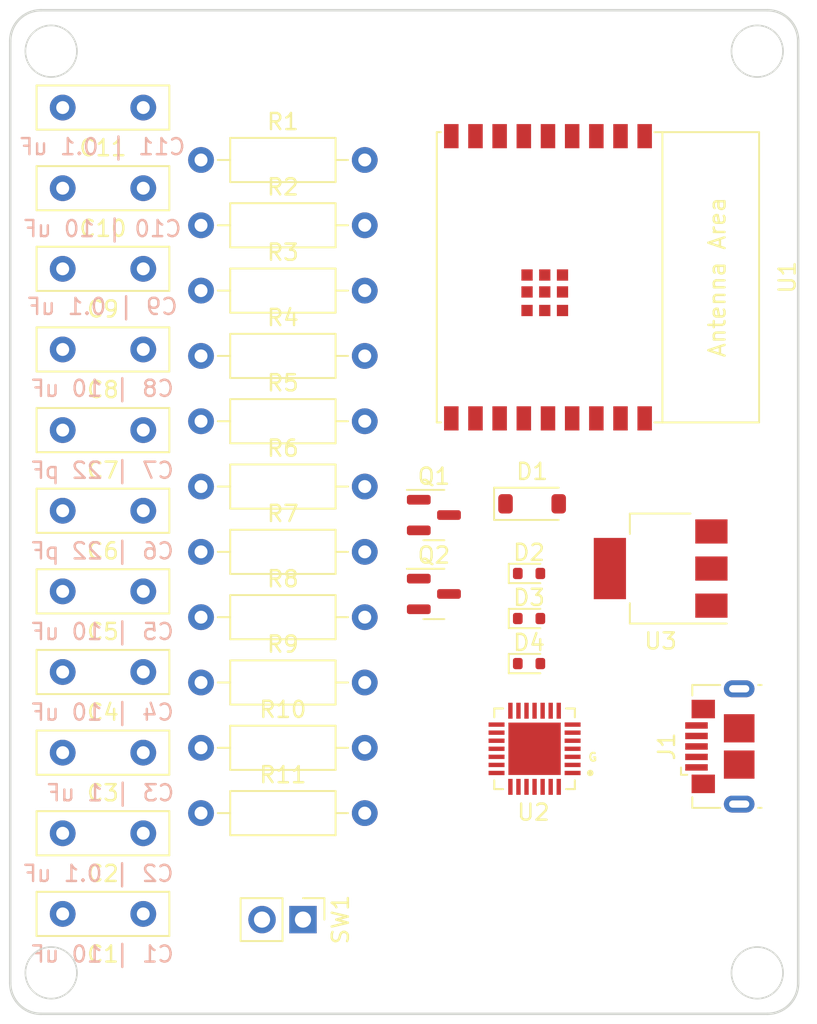
<source format=kicad_pcb>
(kicad_pcb (version 20221018) (generator pcbnew)
  (layers (0 "F.Cu" signal) (31 "B.Cu" signal) (34 "B.Paste" user) (35 "F.Paste" user) (36 "B.SilkS" user "B.Silkscreen") (37 "F.SilkS" user "F.Silkscreen") (38 "B.Mask" user) (39 "F.Mask" user) (44 "Edge.Cuts" user))
  (net 0 "")
  (net 1 "GND")
  (net 2 "+3V3")
  (net 3 "Net-(Q1-C)")
  (net 4 "Net-(U2-VDD)")
  (net 5 "Net-(D1-A)")
  (net 6 "Net-(U2-GPIO.0{slash}TXT)")
  (net 7 "Net-(U2-GPIO.1{slash}RXT)")
  (net 8 "+5V")
  (net 9 "Net-(D3-A)")
  (net 10 "Net-(D4-A)")
  (net 13 "Net-(Q1-B)")
  (net 14 "Net-(Q1-E)")
  (net 15 "Net-(Q2-B)")
  (net 16 "Net-(Q2-E)")
  (net 17 "Net-(Q2-C)")
  (net 18 "Net-(U1-GPIO8)")
  (net 19 "Net-(U2-~{RST})")
  (net 20 "Net-(U2-~{SUSPEND})")
  (net 21 "Net-(U1-GPIO19{slash}USB_D+)")
  (net 22 "Net-(U1-GPIO18{slash}USB_D-)")
  (footprint "Capacitor_THT:C_Disc_D8.0mm_W2.5mm_P5.00mm" (layer "F.Cu") (at 64.77 57.47 180)
    (fp_text reference "C11" (at 2.5 -2.5) (layer "F.SilkS"))
    (fp_text value "0.1 uF")
    (fp_line (start -1.62 -1.37) (end -1.62 1.37) (stroke (width 0.12)) (layer "F.SilkS"))
    (fp_line (start -1.62 -1.37) (end 6.62 -1.37) (stroke (width 0.12)) (layer "F.SilkS"))
    (fp_line (start -1.62 1.37) (end 6.62 1.37) (stroke (width 0.12)) (layer "F.SilkS"))
    (fp_line (start 6.62 -1.37) (end 6.62 1.37) (stroke (width 0.12)) (layer "F.SilkS"))
    (pad "1" thru_hole circle (at 0 0 180) (size 1.6 1.6) (drill 0.8) (layers "*.Cu" "*.Mask") (net 2 "+3V3"))
    (pad "2" thru_hole circle (at 5 0 180) (size 1.6 1.6) (drill 0.8) (layers "*.Cu" "*.Mask") (net 1 "GND"))
  )
  (footprint "Package_TO_SOT_SMD:SOT-23" (layer "F.Cu") (at 82.804 87.63)
    (fp_text reference "Q2" (at 0 -2.4) (layer "F.SilkS"))
    (fp_text value "BC818")
    (fp_line (start 0 -1.56) (end -1.675 -1.56) (stroke (width 0.12)) (layer "F.SilkS"))
    (fp_line (start 0 -1.56) (end 0.65 -1.56) (stroke (width 0.12)) (layer "F.SilkS"))
    (fp_line (start 0 1.56) (end -0.65 1.56) (stroke (width 0.12)) (layer "F.SilkS"))
    (fp_line (start 0 1.56) (end 0.65 1.56) (stroke (width 0.12)) (layer "F.SilkS"))
    (pad "1" smd roundrect (at -0.9375 -0.95) (size 1.475 0.6) (layers "F.Cu" "F.Paste" "F.Mask") (net 15 "Net-(Q2-B)"))
    (pad "2" smd roundrect (at -0.9375 0.95) (size 1.475 0.6) (layers "F.Cu" "F.Paste" "F.Mask") (net 16 "Net-(Q2-E)"))
    (pad "3" smd roundrect (at 0.9375 0) (size 1.475 0.6) (layers "F.Cu" "F.Paste" "F.Mask") (net 17 "Net-(Q2-C)"))
  )
  (footprint "Resistor_THT:R_Axial_DIN0207_L6.3mm_D2.5mm_P10.16mm_Horizontal" (layer "F.Cu") (at 68.355 72.87)
    (fp_text reference "R4" (at 5.08 -2.37) (layer "F.SilkS"))
    (fp_text value "1k")
    (fp_line (start 1.04 0) (end 1.81 0) (stroke (width 0.12)) (layer "F.SilkS"))
    (fp_line (start 1.81 -1.37) (end 1.81 1.37) (stroke (width 0.12)) (layer "F.SilkS"))
    (fp_line (start 1.81 1.37) (end 8.35 1.37) (stroke (width 0.12)) (layer "F.SilkS"))
    (fp_line (start 8.35 -1.37) (end 1.81 -1.37) (stroke (width 0.12)) (layer "F.SilkS"))
    (fp_line (start 8.35 1.37) (end 8.35 -1.37) (stroke (width 0.12)) (layer "F.SilkS"))
    (fp_line (start 9.12 0) (end 8.35 0) (stroke (width 0.12)) (layer "F.SilkS"))
    (pad "1" thru_hole circle (at 0 0) (size 1.6 1.6) (drill 0.8) (layers "*.Cu" "*.Mask") (net 4 "Net-(U2-VDD)"))
    (pad "2" thru_hole oval (at 10.16 0) (size 1.6 1.6) (drill 0.8) (layers "*.Cu" "*.Mask") (net 19 "Net-(U2-~{RST})"))
  )
  (footprint "Resistor_THT:R_Axial_DIN0207_L6.3mm_D2.5mm_P10.16mm_Horizontal" (layer "F.Cu") (at 68.355 64.77)
    (fp_text reference "R2" (at 5.08 -2.37) (layer "F.SilkS"))
    (fp_text value "10k")
    (fp_line (start 1.04 0) (end 1.81 0) (stroke (width 0.12)) (layer "F.SilkS"))
    (fp_line (start 1.81 -1.37) (end 1.81 1.37) (stroke (width 0.12)) (layer "F.SilkS"))
    (fp_line (start 1.81 1.37) (end 8.35 1.37) (stroke (width 0.12)) (layer "F.SilkS"))
    (fp_line (start 8.35 -1.37) (end 1.81 -1.37) (stroke (width 0.12)) (layer "F.SilkS"))
    (fp_line (start 8.35 1.37) (end 8.35 -1.37) (stroke (width 0.12)) (layer "F.SilkS"))
    (fp_line (start 9.12 0) (end 8.35 0) (stroke (width 0.12)) (layer "F.SilkS"))
    (pad "1" thru_hole circle (at 0 0) (size 1.6 1.6) (drill 0.8) (layers "*.Cu" "*.Mask") (net 18 "Net-(U1-GPIO8)"))
    (pad "2" thru_hole oval (at 10.16 0) (size 1.6 1.6) (drill 0.8) (layers "*.Cu" "*.Mask") (net 2 "+3V3"))
  )
  (footprint "Connector_PinHeader_2.54mm:PinHeader_1x02_P2.54mm_Vertical" (layer "F.Cu") (at 74.681 107.823 -90)
    (fp_text reference "SW1" (at 0 -2.33 90) (layer "F.SilkS"))
    (fp_text value "SW_DIP_x01")
    (fp_line (start -1.33 -1.33) (end 0 -1.33) (stroke (width 0.12)) (layer "F.SilkS"))
    (fp_line (start -1.33 0) (end -1.33 -1.33) (stroke (width 0.12)) (layer "F.SilkS"))
    (fp_line (start -1.33 1.27) (end -1.33 3.87) (stroke (width 0.12)) (layer "F.SilkS"))
    (fp_line (start -1.33 1.27) (end 1.33 1.27) (stroke (width 0.12)) (layer "F.SilkS"))
    (fp_line (start -1.33 3.87) (end 1.33 3.87) (stroke (width 0.12)) (layer "F.SilkS"))
    (fp_line (start 1.33 1.27) (end 1.33 3.87) (stroke (width 0.12)) (layer "F.SilkS"))
    (pad "1" thru_hole rect (at 0 0 270) (size 1.7 1.7) (drill 1) (layers "*.Cu" "*.Mask") (net 4 "Net-(U2-VDD)"))
    (pad "2" thru_hole oval (at 0 2.54 270) (size 1.7 1.7) (drill 1) (layers "*.Cu" "*.Mask") (net 2 "+3V3"))
  )
  (footprint "Capacitor_THT:C_Disc_D8.0mm_W2.5mm_P5.00mm" (layer "F.Cu") (at 64.77 102.47 180)
    (fp_text reference "C2" (at 2.5 -2.5) (layer "F.SilkS"))
    (fp_text value "0.1 uF")
    (fp_line (start -1.62 -1.37) (end -1.62 1.37) (stroke (width 0.12)) (layer "F.SilkS"))
    (fp_line (start -1.62 -1.37) (end 6.62 -1.37) (stroke (width 0.12)) (layer "F.SilkS"))
    (fp_line (start -1.62 1.37) (end 6.62 1.37) (stroke (width 0.12)) (layer "F.SilkS"))
    (fp_line (start 6.62 -1.37) (end 6.62 1.37) (stroke (width 0.12)) (layer "F.SilkS"))
    (pad "1" thru_hole circle (at 0 0 180) (size 1.6 1.6) (drill 0.8) (layers "*.Cu" "*.Mask") (net 1 "GND"))
    (pad "2" thru_hole circle (at 5 0 180) (size 1.6 1.6) (drill 0.8) (layers "*.Cu" "*.Mask") (net 2 "+3V3"))
  )
  (footprint "Capacitor_THT:C_Disc_D8.0mm_W2.5mm_P5.00mm" (layer "F.Cu") (at 64.77 107.47 180)
    (fp_text reference "C1" (at 2.5 -2.5) (layer "F.SilkS"))
    (fp_text value "10 uF")
    (fp_line (start -1.62 -1.37) (end -1.62 1.37) (stroke (width 0.12)) (layer "F.SilkS"))
    (fp_line (start -1.62 -1.37) (end 6.62 -1.37) (stroke (width 0.12)) (layer "F.SilkS"))
    (fp_line (start -1.62 1.37) (end 6.62 1.37) (stroke (width 0.12)) (layer "F.SilkS"))
    (fp_line (start 6.62 -1.37) (end 6.62 1.37) (stroke (width 0.12)) (layer "F.SilkS"))
    (pad "1" thru_hole circle (at 0 0 180) (size 1.6 1.6) (drill 0.8) (layers "*.Cu" "*.Mask") (net 1 "GND"))
    (pad "2" thru_hole circle (at 5 0 180) (size 1.6 1.6) (drill 0.8) (layers "*.Cu" "*.Mask") (net 2 "+3V3"))
  )
  (footprint "Diode_SMD:D_SOD-523" (layer "F.Cu") (at 88.711 91.948)
    (fp_text reference "D4" (at 0 -1.3) (layer "F.SilkS"))
    (fp_text value "1N914WT")
    (fp_line (start -1.26 -0.6) (end -1.26 0.6) (stroke (width 0.12)) (layer "F.SilkS"))
    (fp_line (start 0.7 -0.6) (end -1.26 -0.6) (stroke (width 0.12)) (layer "F.SilkS"))
    (fp_line (start 0.7 0.6) (end -1.26 0.6) (stroke (width 0.12)) (layer "F.SilkS"))
    (pad "1" smd roundrect (at -0.7 0 180) (size 0.6 0.7) (layers "F.Cu" "F.Paste" "F.Mask") (net 1 "GND"))
    (pad "2" smd roundrect (at 0.7 0 180) (size 0.6 0.7) (layers "F.Cu" "F.Paste" "F.Mask") (net 10 "Net-(D4-A)"))
  )
  (footprint "Resistor_THT:R_Axial_DIN0207_L6.3mm_D2.5mm_P10.16mm_Horizontal" (layer "F.Cu") (at 68.355 89.07)
    (fp_text reference "R8" (at 5.08 -2.37) (layer "F.SilkS"))
    (fp_text value "0")
    (fp_line (start 1.04 0) (end 1.81 0) (stroke (width 0.12)) (layer "F.SilkS"))
    (fp_line (start 1.81 -1.37) (end 1.81 1.37) (stroke (width 0.12)) (layer "F.SilkS"))
    (fp_line (start 1.81 1.37) (end 8.35 1.37) (stroke (width 0.12)) (layer "F.SilkS"))
    (fp_line (start 8.35 -1.37) (end 1.81 -1.37) (stroke (width 0.12)) (layer "F.SilkS"))
    (fp_line (start 8.35 1.37) (end 8.35 -1.37) (stroke (width 0.12)) (layer "F.SilkS"))
    (fp_line (start 9.12 0) (end 8.35 0) (stroke (width 0.12)) (layer "F.SilkS"))
    (pad "1" thru_hole circle (at 0 0) (size 1.6 1.6) (drill 0.8) (layers "*.Cu" "*.Mask") (net 9 "Net-(D3-A)"))
    (pad "2" thru_hole oval (at 10.16 0) (size 1.6 1.6) (drill 0.8) (layers "*.Cu" "*.Mask") (net 6 "Net-(U2-GPIO.0{slash}TXT)"))
  )
  (footprint "Package_TO_SOT_SMD:SOT-23" (layer "F.Cu") (at 82.804 82.738)
    (fp_text reference "Q1" (at 0 -2.4) (layer "F.SilkS"))
    (fp_text value "BC818")
    (fp_line (start 0 -1.56) (end -1.675 -1.56) (stroke (width 0.12)) (layer "F.SilkS"))
    (fp_line (start 0 -1.56) (end 0.65 -1.56) (stroke (width 0.12)) (layer "F.SilkS"))
    (fp_line (start 0 1.56) (end -0.65 1.56) (stroke (width 0.12)) (layer "F.SilkS"))
    (fp_line (start 0 1.56) (end 0.65 1.56) (stroke (width 0.12)) (layer "F.SilkS"))
    (pad "1" smd roundrect (at -0.9375 -0.95) (size 1.475 0.6) (layers "F.Cu" "F.Paste" "F.Mask") (net 13 "Net-(Q1-B)"))
    (pad "2" smd roundrect (at -0.9375 0.95) (size 1.475 0.6) (layers "F.Cu" "F.Paste" "F.Mask") (net 14 "Net-(Q1-E)"))
    (pad "3" smd roundrect (at 0.9375 0) (size 1.475 0.6) (layers "F.Cu" "F.Paste" "F.Mask") (net 3 "Net-(Q1-C)"))
  )
  (footprint "Capacitor_THT:C_Disc_D8.0mm_W2.5mm_P5.00mm" (layer "F.Cu") (at 64.77 92.47 180)
    (fp_text reference "C4" (at 2.5 -2.5) (layer "F.SilkS"))
    (fp_text value "10 uF")
    (fp_line (start -1.62 -1.37) (end -1.62 1.37) (stroke (width 0.12)) (layer "F.SilkS"))
    (fp_line (start -1.62 -1.37) (end 6.62 -1.37) (stroke (width 0.12)) (layer "F.SilkS"))
    (fp_line (start -1.62 1.37) (end 6.62 1.37) (stroke (width 0.12)) (layer "F.SilkS"))
    (fp_line (start 6.62 -1.37) (end 6.62 1.37) (stroke (width 0.12)) (layer "F.SilkS"))
    (pad "1" thru_hole circle (at 0 0 180) (size 1.6 1.6) (drill 0.8) (layers "*.Cu" "*.Mask") (net 4 "Net-(U2-VDD)"))
    (pad "2" thru_hole circle (at 5 0 180) (size 1.6 1.6) (drill 0.8) (layers "*.Cu" "*.Mask") (net 1 "GND"))
  )
  (footprint "Resistor_THT:R_Axial_DIN0207_L6.3mm_D2.5mm_P10.16mm_Horizontal" (layer "F.Cu") (at 68.355 97.17)
    (fp_text reference "R10" (at 5.08 -2.37) (layer "F.SilkS"))
    (fp_text value "0")
    (fp_line (start 1.04 0) (end 1.81 0) (stroke (width 0.12)) (layer "F.SilkS"))
    (fp_line (start 1.81 -1.37) (end 1.81 1.37) (stroke (width 0.12)) (layer "F.SilkS"))
    (fp_line (start 1.81 1.37) (end 8.35 1.37) (stroke (width 0.12)) (layer "F.SilkS"))
    (fp_line (start 8.35 -1.37) (end 1.81 -1.37) (stroke (width 0.12)) (layer "F.SilkS"))
    (fp_line (start 8.35 1.37) (end 8.35 -1.37) (stroke (width 0.12)) (layer "F.SilkS"))
    (fp_line (start 9.12 0) (end 8.35 0) (stroke (width 0.12)) (layer "F.SilkS"))
    (pad "1" thru_hole circle (at 0 0) (size 1.6 1.6) (drill 0.8) (layers "*.Cu" "*.Mask") (net 10 "Net-(D4-A)"))
    (pad "2" thru_hole oval (at 10.16 0) (size 1.6 1.6) (drill 0.8) (layers "*.Cu" "*.Mask") (net 22 "Net-(U1-GPIO18{slash}USB_D-)"))
  )
  (footprint "Connector_USB:USB_Micro-B_GCT_USB3076-30-A" (layer "F.Cu") (at 100.55 97.0862 90)
    (fp_text reference "J1" (at 0 -3.3 90) (layer "F.SilkS"))
    (fp_text value "USB_B_Micro")
    (fp_line (start -3.81 -1.71) (end -3.15 -1.71) (stroke (width 0.12)) (layer "F.SilkS"))
    (fp_line (start -3.81 0.02) (end -3.81 -1.71) (stroke (width 0.12)) (layer "F.SilkS"))
    (fp_line (start -3.81 2.59) (end -3.81 2.38) (stroke (width 0.12)) (layer "F.SilkS"))
    (fp_line (start -1.76 -2.41) (end -1.76 -2.02) (stroke (width 0.12)) (layer "F.SilkS"))
    (fp_line (start -1.76 -2.41) (end -1.31 -2.41) (stroke (width 0.12)) (layer "F.SilkS"))
    (fp_line (start 3.81 -1.71) (end 3.16 -1.71) (stroke (width 0.12)) (layer "F.SilkS"))
    (fp_line (start 3.81 0.02) (end 3.81 -1.71) (stroke (width 0.12)) (layer "F.SilkS"))
    (fp_line (start 3.81 2.59) (end 3.81 2.38) (stroke (width 0.12)) (layer "F.SilkS"))
    (pad "1" smd rect (at -1.3 -1.45 90) (size 0.4 1.4) (layers "F.Cu" "F.Paste" "F.Mask") (net 5 "Net-(D1-A)"))
    (pad "2" smd rect (at -0.65 -1.45 90) (size 0.4 1.4) (layers "F.Cu" "F.Paste" "F.Mask") (net 10 "Net-(D4-A)"))
    (pad "3" smd rect (at 0 -1.45 90) (size 0.4 1.4) (layers "F.Cu" "F.Paste" "F.Mask") (net 9 "Net-(D3-A)"))
    (pad "4" smd rect (at 0.65 -1.45 90) (size 0.4 1.4) (layers "F.Cu" "F.Paste" "F.Mask"))
    (pad "5" smd rect (at 1.3 -1.45 90) (size 0.4 1.4) (layers "F.Cu" "F.Paste" "F.Mask") (net 1 "GND"))
    (pad "6" thru_hole oval (at -3.575 1.2 270) (size 1.05 1.9) (drill oval 0.45 1.25) (layers "*.Cu" "*.Mask"))
    (pad "6" smd rect (at -2.32 -1.03 90) (size 1.15 1.45) (layers "F.Cu" "F.Paste" "F.Mask"))
    (pad "6" smd rect (at -1.125 1.2 90) (size 1.75 1.9) (layers "F.Cu" "F.Paste" "F.Mask"))
    (pad "6" smd rect (at 1.125 1.2 90) (size 1.75 1.9) (layers "F.Cu" "F.Paste" "F.Mask"))
    (pad "6" smd rect (at 2.32 -1.03 90) (size 1.15 1.45) (layers "F.Cu" "F.Paste" "F.Mask"))
    (pad "6" thru_hole oval (at 3.575 1.2 90) (size 1.05 1.9) (drill oval 0.45 1.25) (layers "*.Cu" "*.Mask"))
  )
  (footprint "Resistor_THT:R_Axial_DIN0207_L6.3mm_D2.5mm_P10.16mm_Horizontal" (layer "F.Cu") (at 68.355 85.02)
    (fp_text reference "R7" (at 5.08 -2.37) (layer "F.SilkS"))
    (fp_text value "10k")
    (fp_line (start 1.04 0) (end 1.81 0) (stroke (width 0.12)) (layer "F.SilkS"))
    (fp_line (start 1.81 -1.37) (end 1.81 1.37) (stroke (width 0.12)) (layer "F.SilkS"))
    (fp_line (start 1.81 1.37) (end 8.35 1.37) (stroke (width 0.12)) (layer "F.SilkS"))
    (fp_line (start 8.35 -1.37) (end 1.81 -1.37) (stroke (width 0.12)) (layer "F.SilkS"))
    (fp_line (start 8.35 1.37) (end 8.35 -1.37) (stroke (width 0.12)) (layer "F.SilkS"))
    (fp_line (start 9.12 0) (end 8.35 0) (stroke (width 0.12)) (layer "F.SilkS"))
    (pad "1" thru_hole circle (at 0 0) (size 1.6 1.6) (drill 0.8) (layers "*.Cu" "*.Mask") (net 15 "Net-(Q2-B)"))
    (pad "2" thru_hole oval (at 10.16 0) (size 1.6 1.6) (drill 0.8) (layers "*.Cu" "*.Mask") (net 14 "Net-(Q1-E)"))
  )
  (footprint "Package_TO_SOT_SMD:SOT-223-3_TabPin2" (layer "F.Cu") (at 96.8756 86.0552 180)
    (fp_text reference "U3" (at 0 -4.5) (layer "F.SilkS"))
    (fp_text value "LD1117S33TR_SOT223")
    (fp_line (start -4.1 -3.41) (end 1.91 -3.41) (stroke (width 0.12)) (layer "F.SilkS"))
    (fp_line (start -1.85 3.41) (end 1.91 3.41) (stroke (width 0.12)) (layer "F.SilkS"))
    (fp_line (start 1.91 -3.41) (end 1.91 -2.15) (stroke (width 0.12)) (layer "F.SilkS"))
    (fp_line (start 1.91 3.41) (end 1.91 2.15) (stroke (width 0.12)) (layer "F.SilkS"))
    (pad "1" smd rect (at -3.15 -2.3 180) (size 2 1.5) (layers "F.Cu" "F.Paste" "F.Mask") (net 1 "GND"))
    (pad "2" smd rect (at -3.15 0 180) (size 2 1.5) (layers "F.Cu" "F.Paste" "F.Mask") (net 2 "+3V3"))
    (pad "2" smd rect (at 3.15 0 180) (size 2 3.8) (layers "F.Cu" "F.Paste" "F.Mask") (net 2 "+3V3"))
    (pad "3" smd rect (at -3.15 2.3 180) (size 2 1.5) (layers "F.Cu" "F.Paste" "F.Mask") (net 8 "+5V"))
  )
  (footprint "Resistor_THT:R_Axial_DIN0207_L6.3mm_D2.5mm_P10.16mm_Horizontal" (layer "F.Cu") (at 68.355 68.82)
    (fp_text reference "R3" (at 5.08 -2.37) (layer "F.SilkS"))
    (fp_text value "47.5k")
    (fp_line (start 1.04 0) (end 1.81 0) (stroke (width 0.12)) (layer "F.SilkS"))
    (fp_line (start 1.81 -1.37) (end 1.81 1.37) (stroke (width 0.12)) (layer "F.SilkS"))
    (fp_line (start 1.81 1.37) (end 8.35 1.37) (stroke (width 0.12)) (layer "F.SilkS"))
    (fp_line (start 8.35 -1.37) (end 1.81 -1.37) (stroke (width 0.12)) (layer "F.SilkS"))
    (fp_line (start 8.35 1.37) (end 8.35 -1.37) (stroke (width 0.12)) (layer "F.SilkS"))
    (fp_line (start 9.12 0) (end 8.35 0) (stroke (width 0.12)) (layer "F.SilkS"))
    (pad "1" thru_hole circle (at 0 0) (size 1.6 1.6) (drill 0.8) (layers "*.Cu" "*.Mask") (net 5 "Net-(D1-A)"))
    (pad "2" thru_hole oval (at 10.16 0) (size 1.6 1.6) (drill 0.8) (layers "*.Cu" "*.Mask") (net 1 "GND"))
  )
  (footprint "Resistor_THT:R_Axial_DIN0207_L6.3mm_D2.5mm_P10.16mm_Horizontal" (layer "F.Cu") (at 68.355 60.72)
    (fp_text reference "R1" (at 5.08 -2.37) (layer "F.SilkS"))
    (fp_text value "10k")
    (fp_line (start 1.04 0) (end 1.81 0) (stroke (width 0.12)) (layer "F.SilkS"))
    (fp_line (start 1.81 -1.37) (end 1.81 1.37) (stroke (width 0.12)) (layer "F.SilkS"))
    (fp_line (start 1.81 1.37) (end 8.35 1.37) (stroke (width 0.12)) (layer "F.SilkS"))
    (fp_line (start 8.35 -1.37) (end 1.81 -1.37) (stroke (width 0.12)) (layer "F.SilkS"))
    (fp_line (start 8.35 1.37) (end 8.35 -1.37) (stroke (width 0.12)) (layer "F.SilkS"))
    (fp_line (start 9.12 0) (end 8.35 0) (stroke (width 0.12)) (layer "F.SilkS"))
    (pad "1" thru_hole circle (at 0 0) (size 1.6 1.6) (drill 0.8) (layers "*.Cu" "*.Mask") (net 2 "+3V3"))
    (pad "2" thru_hole oval (at 10.16 0) (size 1.6 1.6) (drill 0.8) (layers "*.Cu" "*.Mask") (net 3 "Net-(Q1-C)"))
  )
  (footprint "Capacitor_THT:C_Disc_D8.0mm_W2.5mm_P5.00mm" (layer "F.Cu") (at 64.77 87.47 180)
    (fp_text reference "C5" (at 2.5 -2.5) (layer "F.SilkS"))
    (fp_text value "1 uF")
    (fp_line (start -1.62 -1.37) (end -1.62 1.37) (stroke (width 0.12)) (layer "F.SilkS"))
    (fp_line (start -1.62 -1.37) (end 6.62 -1.37) (stroke (width 0.12)) (layer "F.SilkS"))
    (fp_line (start -1.62 1.37) (end 6.62 1.37) (stroke (width 0.12)) (layer "F.SilkS"))
    (fp_line (start 6.62 -1.37) (end 6.62 1.37) (stroke (width 0.12)) (layer "F.SilkS"))
    (pad "1" thru_hole circle (at 0 0 180) (size 1.6 1.6) (drill 0.8) (layers "*.Cu" "*.Mask") (net 5 "Net-(D1-A)"))
    (pad "2" thru_hole circle (at 5 0 180) (size 1.6 1.6) (drill 0.8) (layers "*.Cu" "*.Mask") (net 1 "GND"))
  )
  (footprint "espressif kicad-libraries main footprints-Espressif:ESP32-C3-WROOM-02" (layer "F.Cu") (at 89.985 67.9932 -90)
    (fp_text reference "U1" (at 0 -14.75 90) (layer "F.SilkS"))
    (fp_text value "ESP32-C3-WROOM-02")
    (fp_text user "Antenna Area" (at 0 -10.4 90) (layer "F.SilkS"))
    (fp_line (start -9 -13) (end -9 -6.5) (stroke (width 0.12)) (layer "F.SilkS"))
    (fp_line (start -9 -13) (end 9 -13) (stroke (width 0.12)) (layer "F.SilkS"))
    (fp_line (start -9 7) (end -9 6.75) (stroke (width 0.12)) (layer "F.SilkS"))
    (fp_line (start 9 -13) (end 9 -6.5) (stroke (width 0.12)) (layer "F.SilkS"))
    (fp_line (start 9 -7) (end -8.95 -7) (stroke (width 0.12)) (layer "F.SilkS"))
    (fp_line (start 9 6.75) (end 9 7) (stroke (width 0.12)) (layer "F.SilkS"))
    (fp_line (start 9 7) (end -9 7) (stroke (width 0.12)) (layer "F.SilkS"))
    (pad "1" smd rect (at -8.75 -5.9 270) (size 1.5 0.9) (layers "F.Cu" "F.Paste" "F.Mask") (net 2 "+3V3"))
    (pad "2" smd rect (at -8.75 -4.4 270) (size 1.5 0.9) (layers "F.Cu" "F.Paste" "F.Mask") (net 3 "Net-(Q1-C)"))
    (pad "3" smd rect (at -8.75 -2.9 270) (size 1.5 0.9) (layers "F.Cu" "F.Paste" "F.Mask"))
    (pad "4" smd rect (at -8.75 -1.4 270) (size 1.5 0.9) (layers "F.Cu" "F.Paste" "F.Mask"))
    (pad "5" smd rect (at -8.75 0.1 270) (size 1.5 0.9) (layers "F.Cu" "F.Paste" "F.Mask"))
    (pad "6" smd rect (at -8.75 1.6 270) (size 1.5 0.9) (layers "F.Cu" "F.Paste" "F.Mask"))
    (pad "7" smd rect (at -8.75 3.1 270) (size 1.5 0.9) (layers "F.Cu" "F.Paste" "F.Mask") (net 18 "Net-(U1-GPIO8)"))
    (pad "8" smd rect (at -8.75 4.6 270) (size 1.5 0.9) (layers "F.Cu" "F.Paste" "F.Mask") (net 17 "Net-(Q2-C)"))
    (pad "9" smd rect (at -8.75 6.1 270) (size 1.5 0.9) (layers "F.Cu" "F.Paste" "F.Mask") (net 1 "GND"))
    (pad "10" smd rect (at 8.75 6.1 90) (size 1.5 0.9) (layers "F.Cu" "F.Paste" "F.Mask"))
    (pad "11" smd rect (at 8.75 4.6 90) (size 1.5 0.9) (layers "F.Cu" "F.Paste" "F.Mask"))
    (pad "12" smd rect (at 8.75 3.1 90) (size 1.5 0.9) (layers "F.Cu" "F.Paste" "F.Mask"))
    (pad "13" smd rect (at 8.75 1.6 90) (size 1.5 0.9) (layers "F.Cu" "F.Paste" "F.Mask") (net 22 "Net-(U1-GPIO18{slash}USB_D-)"))
    (pad "14" smd rect (at 8.75 0.1 90) (size 1.5 0.9) (layers "F.Cu" "F.Paste" "F.Mask") (net 21 "Net-(U1-GPIO19{slash}USB_D+)"))
    (pad "15" smd rect (at 8.75 -1.4 90) (size 1.5 0.9) (layers "F.Cu" "F.Paste" "F.Mask"))
    (pad "16" smd rect (at 8.75 -2.9 90) (size 1.5 0.9) (layers "F.Cu" "F.Paste" "F.Mask"))
    (pad "17" smd rect (at 8.75 -4.4 90) (size 1.5 0.9) (layers "F.Cu" "F.Paste" "F.Mask"))
    (pad "18" smd rect (at 8.75 -5.9 90) (size 1.5 0.9) (layers "F.Cu" "F.Paste" "F.Mask"))
    (pad "19" smd rect (at -0.14 -0.8 90) (size 0.7 0.7) (layers "F.Cu" "F.Paste" "F.Mask") (net 1 "GND"))
    (pad "19" smd rect (at -0.14 0.3 90) (size 0.7 0.7) (layers "F.Cu" "F.Paste" "F.Mask") (net 1 "GND"))
    (pad "19" smd rect (at -0.14 1.4 90) (size 0.7 0.7) (layers "F.Cu" "F.Paste" "F.Mask") (net 1 "GND"))
    (pad "19" smd rect (at 0.91 -0.8 90) (size 0.7 0.7) (layers "F.Cu" "F.Paste" "F.Mask") (net 1 "GND"))
    (pad "19" smd rect (at 0.91 0.3 90) (size 0.7 0.7) (layers "F.Cu" "F.Paste" "F.Mask") (net 1 "GND"))
    (pad "19" smd rect (at 0.91 1.4 90) (size 0.7 0.7) (layers "F.Cu" "F.Paste" "F.Mask") (net 1 "GND"))
    (pad "19" smd rect (at 2.06 -0.8 90) (size 0.7 0.7) (layers "F.Cu" "F.Paste" "F.Mask") (net 1 "GND"))
    (pad "19" smd rect (at 2.06 0.3 90) (size 0.7 0.7) (layers "F.Cu" "F.Paste" "F.Mask") (net 1 "GND"))
    (pad "19" smd rect (at 2.06 1.4 90) (size 0.7 0.7) (layers "F.Cu" "F.Paste" "F.Mask") (net 1 "GND"))
  )
  (footprint "Resistor_THT:R_Axial_DIN0207_L6.3mm_D2.5mm_P10.16mm_Horizontal" (layer "F.Cu") (at 68.355 80.97)
    (fp_text reference "R6" (at 5.08 -2.37) (layer "F.SilkS"))
    (fp_text value "10k")
    (fp_line (start 1.04 0) (end 1.81 0) (stroke (width 0.12)) (layer "F.SilkS"))
    (fp_line (start 1.81 -1.37) (end 1.81 1.37) (stroke (width 0.12)) (layer "F.SilkS"))
    (fp_line (start 1.81 1.37) (end 8.35 1.37) (stroke (width 0.12)) (layer "F.SilkS"))
    (fp_line (start 8.35 -1.37) (end 1.81 -1.37) (stroke (width 0.12)) (layer "F.SilkS"))
    (fp_line (start 8.35 1.37) (end 8.35 -1.37) (stroke (width 0.12)) (layer "F.SilkS"))
    (fp_line (start 9.12 0) (end 8.35 0) (stroke (width 0.12)) (layer "F.SilkS"))
    (pad "1" thru_hole circle (at 0 0) (size 1.6 1.6) (drill 0.8) (layers "*.Cu" "*.Mask") (net 16 "Net-(Q2-E)"))
    (pad "2" thru_hole oval (at 10.16 0) (size 1.6 1.6) (drill 0.8) (layers "*.Cu" "*.Mask") (net 13 "Net-(Q1-B)"))
  )
  (footprint "Capacitor_THT:C_Disc_D8.0mm_W2.5mm_P5.00mm" (layer "F.Cu") (at 64.77 82.47 180)
    (fp_text reference "C6" (at 2.5 -2.5) (layer "F.SilkS"))
    (fp_text value "22 pF")
    (fp_line (start -1.62 -1.37) (end -1.62 1.37) (stroke (width 0.12)) (layer "F.SilkS"))
    (fp_line (start -1.62 -1.37) (end 6.62 -1.37) (stroke (width 0.12)) (layer "F.SilkS"))
    (fp_line (start -1.62 1.37) (end 6.62 1.37) (stroke (width 0.12)) (layer "F.SilkS"))
    (fp_line (start 6.62 -1.37) (end 6.62 1.37) (stroke (width 0.12)) (layer "F.SilkS"))
    (pad "1" thru_hole circle (at 0 0 180) (size 1.6 1.6) (drill 0.8) (layers "*.Cu" "*.Mask") (net 6 "Net-(U2-GPIO.0{slash}TXT)"))
    (pad "2" thru_hole circle (at 5 0 180) (size 1.6 1.6) (drill 0.8) (layers "*.Cu" "*.Mask") (net 1 "GND"))
  )
  (footprint "Resistor_THT:R_Axial_DIN0207_L6.3mm_D2.5mm_P10.16mm_Horizontal" (layer "F.Cu") (at 68.355 76.92)
    (fp_text reference "R5" (at 5.08 -2.37) (layer "F.SilkS"))
    (fp_text value "10k")
    (fp_line (start 1.04 0) (end 1.81 0) (stroke (width 0.12)) (layer "F.SilkS"))
    (fp_line (start 1.81 -1.37) (end 1.81 1.37) (stroke (width 0.12)) (layer "F.SilkS"))
    (fp_line (start 1.81 1.37) (end 8.35 1.37) (stroke (width 0.12)) (layer "F.SilkS"))
    (fp_line (start 8.35 -1.37) (end 1.81 -1.37) (stroke (width 0.12)) (layer "F.SilkS"))
    (fp_line (start 8.35 1.37) (end 8.35 -1.37) (stroke (width 0.12)) (layer "F.SilkS"))
    (fp_line (start 9.12 0) (end 8.35 0) (stroke (width 0.12)) (layer "F.SilkS"))
    (pad "1" thru_hole circle (at 0 0) (size 1.6 1.6) (drill 0.8) (layers "*.Cu" "*.Mask") (net 20 "Net-(U2-~{SUSPEND})"))
    (pad "2" thru_hole oval (at 10.16 0) (size 1.6 1.6) (drill 0.8) (layers "*.Cu" "*.Mask") (net 1 "GND"))
  )
  (footprint "Resistor_THT:R_Axial_DIN0207_L6.3mm_D2.5mm_P10.16mm_Horizontal" (layer "F.Cu") (at 68.355 93.12)
    (fp_text reference "R9" (at 5.08 -2.37) (layer "F.SilkS"))
    (fp_text value "0")
    (fp_line (start 1.04 0) (end 1.81 0) (stroke (width 0.12)) (layer "F.SilkS"))
    (fp_line (start 1.81 -1.37) (end 1.81 1.37) (stroke (width 0.12)) (layer "F.SilkS"))
    (fp_line (start 1.81 1.37) (end 8.35 1.37) (stroke (width 0.12)) (layer "F.SilkS"))
    (fp_line (start 8.35 -1.37) (end 1.81 -1.37) (stroke (width 0.12)) (layer "F.SilkS"))
    (fp_line (start 8.35 1.37) (end 8.35 -1.37) (stroke (width 0.12)) (layer "F.SilkS"))
    (fp_line (start 9.12 0) (end 8.35 0) (stroke (width 0.12)) (layer "F.SilkS"))
    (pad "1" thru_hole circle (at 0 0) (size 1.6 1.6) (drill 0.8) (layers "*.Cu" "*.Mask") (net 9 "Net-(D3-A)"))
    (pad "2" thru_hole oval (at 10.16 0) (size 1.6 1.6) (drill 0.8) (layers "*.Cu" "*.Mask") (net 21 "Net-(U1-GPIO19{slash}USB_D+)"))
  )
  (footprint "Diode_SMD:D_SOD-523" (layer "F.Cu") (at 88.711 89.154)
    (fp_text reference "D3" (at 0 -1.3) (layer "F.SilkS"))
    (fp_text value "1N914WT")
    (fp_line (start -1.26 -0.6) (end -1.26 0.6) (stroke (width 0.12)) (layer "F.SilkS"))
    (fp_line (start 0.7 -0.6) (end -1.26 -0.6) (stroke (width 0.12)) (layer "F.SilkS"))
    (fp_line (start 0.7 0.6) (end -1.26 0.6) (stroke (width 0.12)) (layer "F.SilkS"))
    (pad "1" smd roundrect (at -0.7 0 180) (size 0.6 0.7) (layers "F.Cu" "F.Paste" "F.Mask") (net 1 "GND"))
    (pad "2" smd roundrect (at 0.7 0 180) (size 0.6 0.7) (layers "F.Cu" "F.Paste" "F.Mask") (net 9 "Net-(D3-A)"))
  )
  (footprint "Capacitor_THT:C_Disc_D8.0mm_W2.5mm_P5.00mm" (layer "F.Cu") (at 64.77 62.47 180)
    (fp_text reference "C10" (at 2.5 -2.5) (layer "F.SilkS"))
    (fp_text value "10 uF")
    (fp_line (start -1.62 -1.37) (end -1.62 1.37) (stroke (width 0.12)) (layer "F.SilkS"))
    (fp_line (start -1.62 -1.37) (end 6.62 -1.37) (stroke (width 0.12)) (layer "F.SilkS"))
    (fp_line (start -1.62 1.37) (end 6.62 1.37) (stroke (width 0.12)) (layer "F.SilkS"))
    (fp_line (start 6.62 -1.37) (end 6.62 1.37) (stroke (width 0.12)) (layer "F.SilkS"))
    (pad "1" thru_hole circle (at 0 0 180) (size 1.6 1.6) (drill 0.8) (layers "*.Cu" "*.Mask") (net 2 "+3V3"))
    (pad "2" thru_hole circle (at 5 0 180) (size 1.6 1.6) (drill 0.8) (layers "*.Cu" "*.Mask") (net 1 "GND"))
  )
  (footprint "Capacitor_THT:C_Disc_D8.0mm_W2.5mm_P5.00mm" (layer "F.Cu") (at 64.77 77.47 180)
    (fp_text reference "C7" (at 2.5 -2.5) (layer "F.SilkS"))
    (fp_text value "22 pF")
    (fp_line (start -1.62 -1.37) (end -1.62 1.37) (stroke (width 0.12)) (layer "F.SilkS"))
    (fp_line (start -1.62 -1.37) (end 6.62 -1.37) (stroke (width 0.12)) (layer "F.SilkS"))
    (fp_line (start -1.62 1.37) (end 6.62 1.37) (stroke (width 0.12)) (layer "F.SilkS"))
    (fp_line (start 6.62 -1.37) (end 6.62 1.37) (stroke (width 0.12)) (layer "F.SilkS"))
    (pad "1" thru_hole circle (at 0 0 180) (size 1.6 1.6) (drill 0.8) (layers "*.Cu" "*.Mask") (net 7 "Net-(U2-GPIO.1{slash}RXT)"))
    (pad "2" thru_hole circle (at 5 0 180) (size 1.6 1.6) (drill 0.8) (layers "*.Cu" "*.Mask") (net 1 "GND"))
  )
  (footprint "Capacitor_THT:C_Disc_D8.0mm_W2.5mm_P5.00mm" (layer "F.Cu") (at 64.77 72.47 180)
    (fp_text reference "C8" (at 2.5 -2.5) (layer "F.SilkS"))
    (fp_text value "10 uF")
    (fp_line (start -1.62 -1.37) (end -1.62 1.37) (stroke (width 0.12)) (layer "F.SilkS"))
    (fp_line (start -1.62 -1.37) (end 6.62 -1.37) (stroke (width 0.12)) (layer "F.SilkS"))
    (fp_line (start -1.62 1.37) (end 6.62 1.37) (stroke (width 0.12)) (layer "F.SilkS"))
    (fp_line (start 6.62 -1.37) (end 6.62 1.37) (stroke (width 0.12)) (layer "F.SilkS"))
    (pad "1" thru_hole circle (at 0 0 180) (size 1.6 1.6) (drill 0.8) (layers "*.Cu" "*.Mask") (net 8 "+5V"))
    (pad "2" thru_hole circle (at 5 0 180) (size 1.6 1.6) (drill 0.8) (layers "*.Cu" "*.Mask") (net 1 "GND"))
  )
  (footprint "Diode_SMD:D_SOD-523" (layer "F.Cu") (at 88.711 86.36)
    (fp_text reference "D2" (at 0 -1.3) (layer "F.SilkS"))
    (fp_text value "1N914WT")
    (fp_line (start -1.26 -0.6) (end -1.26 0.6) (stroke (width 0.12)) (layer "F.SilkS"))
    (fp_line (start 0.7 -0.6) (end -1.26 -0.6) (stroke (width 0.12)) (layer "F.SilkS"))
    (fp_line (start 0.7 0.6) (end -1.26 0.6) (stroke (width 0.12)) (layer "F.SilkS"))
    (pad "1" smd roundrect (at -0.7 0 180) (size 0.6 0.7) (layers "F.Cu" "F.Paste" "F.Mask") (net 1 "GND"))
    (pad "2" smd roundrect (at 0.7 0 180) (size 0.6 0.7) (layers "F.Cu" "F.Paste" "F.Mask") (net 5 "Net-(D1-A)"))
  )
  (footprint "Capacitor_THT:C_Disc_D8.0mm_W2.5mm_P5.00mm" (layer "F.Cu") (at 64.77 97.47 180)
    (fp_text reference "C3" (at 2.5 -2.5) (layer "F.SilkS"))
    (fp_text value "1 uF")
    (fp_line (start -1.62 -1.37) (end -1.62 1.37) (stroke (width 0.12)) (layer "F.SilkS"))
    (fp_line (start -1.62 -1.37) (end 6.62 -1.37) (stroke (width 0.12)) (layer "F.SilkS"))
    (fp_line (start -1.62 1.37) (end 6.62 1.37) (stroke (width 0.12)) (layer "F.SilkS"))
    (fp_line (start 6.62 -1.37) (end 6.62 1.37) (stroke (width 0.12)) (layer "F.SilkS"))
    (pad "1" thru_hole circle (at 0 0 180) (size 1.6 1.6) (drill 0.8) (layers "*.Cu" "*.Mask") (net 3 "Net-(Q1-C)"))
    (pad "2" thru_hole circle (at 5 0 180) (size 1.6 1.6) (drill 0.8) (layers "*.Cu" "*.Mask") (net 1 "GND"))
  )
  (footprint "Diode_SMD:D_SOD-123" (layer "F.Cu") (at 88.9 82.042)
    (fp_text reference "D1" (at 0 -2) (layer "F.SilkS"))
    (fp_text value "MBR0540")
    (fp_line (start -2.36 -1) (end -2.36 1) (stroke (width 0.12)) (layer "F.SilkS"))
    (fp_line (start -2.36 -1) (end 1.65 -1) (stroke (width 0.12)) (layer "F.SilkS"))
    (fp_line (start -2.36 1) (end 1.65 1) (stroke (width 0.12)) (layer "F.SilkS"))
    (pad "1" smd roundrect (at -1.65 0) (size 0.9 1.2) (layers "F.Cu" "F.Paste" "F.Mask") (net 8 "+5V"))
    (pad "2" smd roundrect (at 1.65 0) (size 0.9 1.2) (layers "F.Cu" "F.Paste" "F.Mask") (net 5 "Net-(D1-A)"))
  )
  (footprint "Resistor_THT:R_Axial_DIN0207_L6.3mm_D2.5mm_P10.16mm_Horizontal" (layer "F.Cu") (at 68.355 101.22)
    (fp_text reference "R11" (at 5.08 -2.37) (layer "F.SilkS"))
    (fp_text value "0")
    (fp_line (start 1.04 0) (end 1.81 0) (stroke (width 0.12)) (layer "F.SilkS"))
    (fp_line (start 1.81 -1.37) (end 1.81 1.37) (stroke (width 0.12)) (layer "F.SilkS"))
    (fp_line (start 1.81 1.37) (end 8.35 1.37) (stroke (width 0.12)) (layer "F.SilkS"))
    (fp_line (start 8.35 -1.37) (end 1.81 -1.37) (stroke (width 0.12)) (layer "F.SilkS"))
    (fp_line (start 8.35 1.37) (end 8.35 -1.37) (stroke (width 0.12)) (layer "F.SilkS"))
    (fp_line (start 9.12 0) (end 8.35 0) (stroke (width 0.12)) (layer "F.SilkS"))
    (pad "1" thru_hole circle (at 0 0) (size 1.6 1.6) (drill 0.8) (layers "*.Cu" "*.Mask") (net 10 "Net-(D4-A)"))
    (pad "2" thru_hole oval (at 10.16 0) (size 1.6 1.6) (drill 0.8) (layers "*.Cu" "*.Mask") (net 7 "Net-(U2-GPIO.1{slash}RXT)"))
  )
  (footprint "Capacitor_THT:C_Disc_D8.0mm_W2.5mm_P5.00mm" (layer "F.Cu") (at 64.77 67.47 180)
    (fp_text reference "C9" (at 2.5 -2.5) (layer "F.SilkS"))
    (fp_text value "0.1 uF")
    (fp_line (start -1.62 -1.37) (end -1.62 1.37) (stroke (width 0.12)) (layer "F.SilkS"))
    (fp_line (start -1.62 -1.37) (end 6.62 -1.37) (stroke (width 0.12)) (layer "F.SilkS"))
    (fp_line (start -1.62 1.37) (end 6.62 1.37) (stroke (width 0.12)) (layer "F.SilkS"))
    (fp_line (start 6.62 -1.37) (end 6.62 1.37) (stroke (width 0.12)) (layer "F.SilkS"))
    (pad "1" thru_hole circle (at 0 0 180) (size 1.6 1.6) (drill 0.8) (layers "*.Cu" "*.Mask") (net 8 "+5V"))
    (pad "2" thru_hole circle (at 5 0 180) (size 1.6 1.6) (drill 0.8) (layers "*.Cu" "*.Mask") (net 1 "GND"))
  )
  (footprint "CP2102N_A02_GQFN28:QFN50P500X500X80-29N" (layer "F.Cu") (at 89.0524 97.2312 180)
    (fp_text reference "U2" (at 0.07 -3.94) (layer "F.SilkS"))
    (fp_text value "CP2102N-A02-GQFN28")
    (fp_line (start -2.5 -2.5) (end -1.955 -2.5) (stroke (width 0.127)) (layer "F.SilkS"))
    (fp_line (start -2.5 -1.955) (end -2.5 -2.5) (stroke (width 0.127)) (layer "F.SilkS"))
    (fp_line (start -2.5 2.5) (end -2.5 1.955) (stroke (width 0.127)) (layer "F.SilkS"))
    (fp_line (start -1.955 2.5) (end -2.5 2.5) (stroke (width 0.127)) (layer "F.SilkS"))
    (fp_line (start 1.955 -2.5) (end 2.5 -2.5) (stroke (width 0.127)) (layer "F.SilkS"))
    (fp_line (start 2.5 -2.5) (end 2.5 -1.955) (stroke (width 0.127)) (layer "F.SilkS"))
    (fp_line (start 2.5 2.5) (end 1.955 2.5) (stroke (width 0.127)) (layer "F.SilkS"))
    (fp_line (start 2.5 2.5) (end 2.5 1.955) (stroke (width 0.127)) (layer "F.SilkS"))
    (fp_circle (center -3.455 -1.5) (end -3.355 -1.5) (stroke (width 0.2)) (fill none) (layer "F.SilkS"))
    (pad "1" smd rect (at -2.36 -1.5 180) (size 0.99 0.27) (layers "F.Cu" "F.Paste" "F.Mask"))
    (pad "2" smd rect (at -2.36 -1 180) (size 0.99 0.27) (layers "F.Cu" "F.Paste" "F.Mask"))
    (pad "3" smd rect (at -2.36 -0.5 180) (size 0.99 0.27) (layers "F.Cu" "F.Paste" "F.Mask") (net 1 "GND"))
    (pad "4" smd rect (at -2.36 0 180) (size 0.99 0.27) (layers "F.Cu" "F.Paste" "F.Mask"))
    (pad "5" smd rect (at -2.36 0.5 180) (size 0.99 0.27) (layers "F.Cu" "F.Paste" "F.Mask"))
    (pad "6" smd rect (at -2.36 1 180) (size 0.99 0.27) (layers "F.Cu" "F.Paste" "F.Mask") (net 4 "Net-(U2-VDD)"))
    (pad "7" smd rect (at -2.36 1.5 180) (size 0.99 0.27) (layers "F.Cu" "F.Paste" "F.Mask") (net 4 "Net-(U2-VDD)"))
    (pad "8" smd rect (at -1.5 2.36 180) (size 0.27 0.99) (layers "F.Cu" "F.Paste" "F.Mask") (net 5 "Net-(D1-A)"))
    (pad "9" smd rect (at -1 2.36 180) (size 0.27 0.99) (layers "F.Cu" "F.Paste" "F.Mask") (net 19 "Net-(U2-~{RST})"))
    (pad "10" smd rect (at -0.5 2.36 180) (size 0.27 0.99) (layers "F.Cu" "F.Paste" "F.Mask"))
    (pad "11" smd rect (at 0 2.36 180) (size 0.27 0.99) (layers "F.Cu" "F.Paste" "F.Mask") (net 20 "Net-(U2-~{SUSPEND})"))
    (pad "12" smd rect (at 0.5 2.36 180) (size 0.27 0.99) (layers "F.Cu" "F.Paste" "F.Mask"))
    (pad "13" smd rect (at 1 2.36 180) (size 0.27 0.99) (layers "F.Cu" "F.Paste" "F.Mask"))
    (pad "14" smd rect (at 1.5 2.36 180) (size 0.27 0.99) (layers "F.Cu" "F.Paste" "F.Mask"))
    (pad "15" smd rect (at 2.36 1.5 180) (size 0.99 0.27) (layers "F.Cu" "F.Paste" "F.Mask"))
    (pad "16" smd rect (at 2.36 1 180) (size 0.99 0.27) (layers "F.Cu" "F.Paste" "F.Mask"))
    (pad "17" smd rect (at 2.36 0.5 180) (size 0.99 0.27) (layers "F.Cu" "F.Paste" "F.Mask"))
    (pad "18" smd rect (at 2.36 0 180) (size 0.99 0.27) (layers "F.Cu" "F.Paste" "F.Mask") (net 7 "Net-(U2-GPIO.1{slash}RXT)"))
    (pad "19" smd rect (at 2.36 -0.5 180) (size 0.99 0.27) (layers "F.Cu" "F.Paste" "F.Mask") (net 6 "Net-(U2-GPIO.0{slash}TXT)"))
    (pad "20" smd rect (at 2.36 -1 180) (size 0.99 0.27) (layers "F.Cu" "F.Paste" "F.Mask"))
    (pad "21" smd rect (at 2.36 -1.5 180) (size 0.99 0.27) (layers "F.Cu" "F.Paste" "F.Mask"))
    (pad "22" smd rect (at 1.5 -2.36 180) (size 0.27 0.99) (layers "F.Cu" "F.Paste" "F.Mask"))
    (pad "23" smd rect (at 1 -2.36 180) (size 0.27 0.99) (layers "F.Cu" "F.Paste" "F.Mask"))
    (pad "24" smd rect (at 0.5 -2.36 180) (size 0.27 0.99) (layers "F.Cu" "F.Paste" "F.Mask") (net 14 "Net-(Q1-E)"))
    (pad "25" smd rect (at 0 -2.36 180) (size 0.27 0.99) (layers "F.Cu" "F.Paste" "F.Mask"))
    (pad "26" smd rect (at -0.5 -2.36 180) (size 0.27 0.99) (layers "F.Cu" "F.Paste" "F.Mask"))
    (pad "27" smd rect (at -1 -2.36 180) (size 0.27 0.99) (layers "F.Cu" "F.Paste" "F.Mask"))
    (pad "28" smd rect (at -1.5 -2.36 180) (size 0.27 0.99) (layers "F.Cu" "F.Paste" "F.Mask") (net 16 "Net-(Q2-E)"))
    (pad "29" smd rect (at 0 0 180) (size 3.25 3.25) (layers "F.Cu" "F.Mask") (net 1 "GND"))
  )
  (gr_circle (center 59.055 111.125) (end 60.655 111.125) (stroke (width 0.1)) (fill none) (layer "Edge.Cuts"))
  (gr_arc (start 58.42 113.665) (mid 57.072962 113.107038) (end 56.515 111.76) (stroke (width 0.15)) (layer "Edge.Cuts"))
  (gr_arc (start 105.41 111.76) (mid 104.852038 113.107038) (end 103.505 113.665) (stroke (width 0.15)) (layer "Edge.Cuts"))
  (gr_circle (center 59.055 53.975) (end 60.655 53.975) (stroke (width 0.1)) (fill none) (layer "Edge.Cuts"))
  (gr_line (start 105.41 53.34) (end 105.41 111.76) (stroke (width 0.15)) (layer "Edge.Cuts"))
  (gr_arc (start 103.505 51.435) (mid 104.852038 51.992962) (end 105.41 53.34) (stroke (width 0.15)) (layer "Edge.Cuts"))
  (gr_arc (start 56.515 53.34) (mid 57.072962 51.992962) (end 58.42 51.435) (stroke (width 0.15)) (layer "Edge.Cuts"))
  (gr_circle (center 102.87 53.975) (end 104.47 53.975) (stroke (width 0.1)) (fill none) (layer "Edge.Cuts"))
  (gr_circle (center 102.87 111.125) (end 104.47 111.125) (stroke (width 0.1)) (fill none) (layer "Edge.Cuts"))
  (gr_line (start 56.515 111.76) (end 56.515 53.34) (stroke (width 0.15)) (layer "Edge.Cuts"))
  (gr_line (start 58.42 51.435) (end 103.505 51.435) (stroke (width 0.15)) (layer "Edge.Cuts"))
  (gr_line (start 103.505 113.665) (end 58.42 113.665) (stroke (width 0.15)) (layer "Edge.Cuts"))
  (gr_text "C2 | 0.1 uF" (at 61.98 104.97) (layer "B.SilkS") (effects (font (size 1 1)) (justify mirror)))
  (gr_text "C7 | 22 pF" (at 62.23 79.972) (layer "B.SilkS") (effects (font (size 1 1)) (justify mirror)))
  (gr_text "C10 | 10 uF" (at 62.23 64.986) (layer "B.SilkS") (effects (font (size 1 1)) (justify mirror)))
  (gr_text "C11 | 0.1 uF" (at 62.23 59.906) (layer "B.SilkS") (effects (font (size 1 1)) (justify mirror)))
  (gr_text "C5 | 10 uF" (at 62.23 89.97) (layer "B.SilkS") (effects (font (size 1 1)) (justify mirror)))
  (gr_text "C6 | 22 pF" (at 62.23 84.97) (layer "B.SilkS") (effects (font (size 1 1)) (justify mirror)))
  (gr_text "C8 | 10 uF" (at 62.23 74.892) (layer "B.SilkS") (effects (font (size 1 1)) (justify mirror)))
  (gr_text "C1 | 10 uF" (at 62.23 109.97) (layer "B.SilkS") (effects (font (size 1 1)) (justify mirror)))
  (gr_text "C4 | 10 uF" (at 62.23 94.97) (layer "B.SilkS") (effects (font (size 1 1)) (justify mirror)))
  (gr_text "C3 | 1 uF" (at 62.73 99.97) (layer "B.SilkS") (effects (font (size 1 1)) (justify mirror)))
  (gr_text "C9 | 0.1 uF" (at 62.23 69.812) (layer "B.SilkS") (effects (font (size 1 1)) (justify mirror)))
  (gr_text "G" (at 92.329 98.044) (layer "F.SilkS") (effects (font (size 0.5 0.5) (thickness 0.125)) (justify left bottom)))
)
</source>
